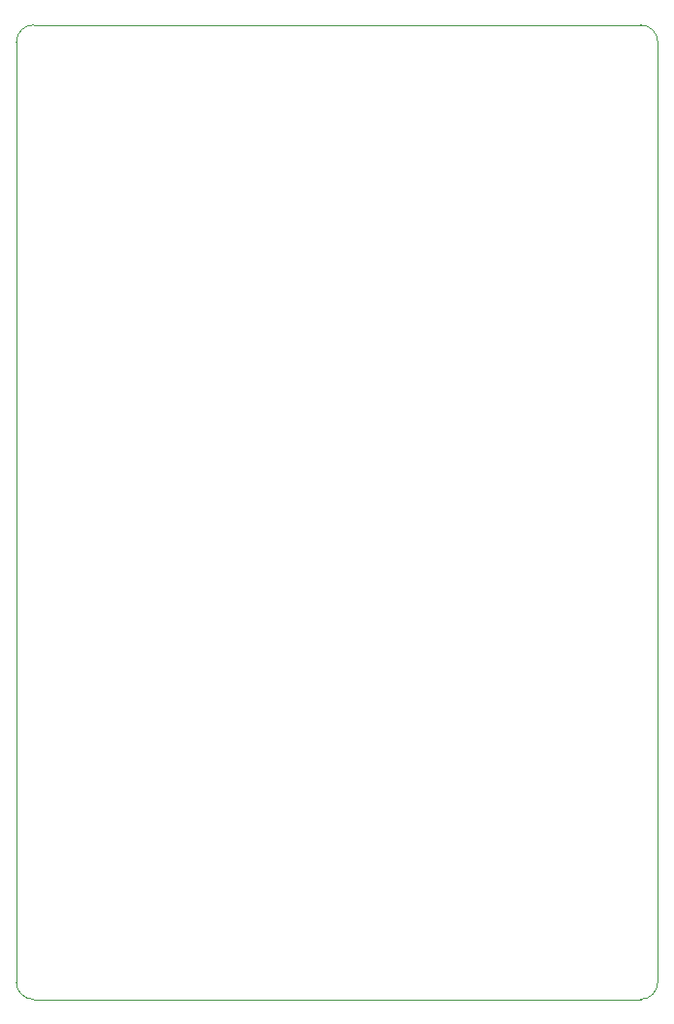
<source format=gbr>
G04 #@! TF.GenerationSoftware,KiCad,Pcbnew,5.1.5*
G04 #@! TF.CreationDate,2020-01-03T23:49:01-05:00*
G04 #@! TF.ProjectId,cluster-controller-module,636c7573-7465-4722-9d63-6f6e74726f6c,v02*
G04 #@! TF.SameCoordinates,Original*
G04 #@! TF.FileFunction,Profile,NP*
%FSLAX46Y46*%
G04 Gerber Fmt 4.6, Leading zero omitted, Abs format (unit mm)*
G04 Created by KiCad (PCBNEW 5.1.5) date 2020-01-03 23:49:01*
%MOMM*%
%LPD*%
G04 APERTURE LIST*
%ADD10C,0.050000*%
G04 APERTURE END LIST*
D10*
X164500000Y-60000000D02*
G75*
G02X166000000Y-61500000I0J-1500000D01*
G01*
X110000000Y-61500000D02*
G75*
G02X111500000Y-60000000I1500000J0D01*
G01*
X164500000Y-145000000D02*
G75*
G03X166000000Y-143500000I0J1500000D01*
G01*
X111500000Y-145000000D02*
G75*
G02X110000000Y-143500000I0J1500000D01*
G01*
X166000000Y-61500000D02*
X166000000Y-143500000D01*
X110000000Y-61500000D02*
X110000000Y-143500000D01*
X111500000Y-145000000D02*
X164500000Y-145000000D01*
X111500000Y-60000000D02*
X164500000Y-60000000D01*
M02*

</source>
